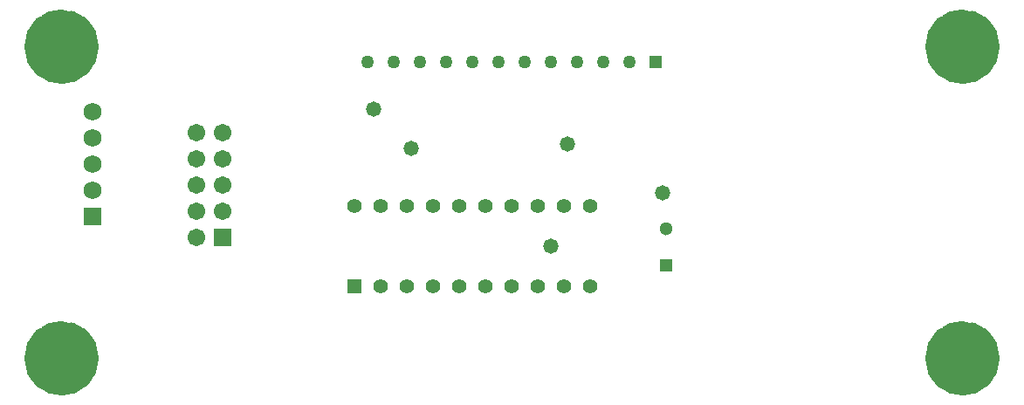
<source format=gbr>
G04*
G04 #@! TF.GenerationSoftware,Altium Limited,Altium Designer,23.2.1 (34)*
G04*
G04 Layer_Color=16711935*
%FSLAX25Y25*%
%MOIN*%
G70*
G04*
G04 #@! TF.SameCoordinates,4C8DD8F6-A57A-4931-99BD-73A2A12B2EB2*
G04*
G04*
G04 #@! TF.FilePolarity,Negative*
G04*
G01*
G75*
%ADD20R,0.05118X0.05118*%
%ADD21C,0.05118*%
%ADD22C,0.17623*%
%ADD23R,0.06902X0.06902*%
%ADD24C,0.06902*%
%ADD25C,0.05000*%
%ADD26R,0.05000X0.05000*%
%ADD27R,0.05485X0.05485*%
%ADD28C,0.05485*%
%ADD29R,0.06706X0.06706*%
%ADD30C,0.06706*%
%ADD31C,0.03162*%
%ADD32C,0.05800*%
%ADD45C,0.10236*%
D20*
X529000Y398610D02*
D03*
D21*
Y412390D02*
D03*
D22*
X298000Y482000D02*
D03*
X642000Y363000D02*
D03*
Y482000D02*
D03*
X298000Y363000D02*
D03*
D23*
X310000Y417000D02*
D03*
D24*
Y427000D02*
D03*
Y437000D02*
D03*
Y447000D02*
D03*
Y457000D02*
D03*
D25*
X415000Y476000D02*
D03*
X425000D02*
D03*
X435000D02*
D03*
X445000D02*
D03*
X455000D02*
D03*
X465000D02*
D03*
X475000D02*
D03*
X485000D02*
D03*
X495000D02*
D03*
X505000D02*
D03*
X515000D02*
D03*
D26*
X525000D02*
D03*
D27*
X410000Y390500D02*
D03*
D28*
X420000D02*
D03*
X430000D02*
D03*
X440000D02*
D03*
X450000D02*
D03*
X460000D02*
D03*
X470000D02*
D03*
X480000D02*
D03*
X490000D02*
D03*
X500000D02*
D03*
Y421130D02*
D03*
X490000D02*
D03*
X480000D02*
D03*
X470000D02*
D03*
X460000D02*
D03*
X450000D02*
D03*
X440000D02*
D03*
X430000D02*
D03*
X420000D02*
D03*
X410000D02*
D03*
D29*
X359500Y409000D02*
D03*
D30*
X349500D02*
D03*
X359500Y419000D02*
D03*
X349500D02*
D03*
X359500Y429000D02*
D03*
X349500D02*
D03*
X359500Y439000D02*
D03*
X349500D02*
D03*
X359500Y449000D02*
D03*
X349500D02*
D03*
D31*
X304124Y488125D02*
D03*
X306661Y482000D02*
D03*
X304124Y475876D02*
D03*
X298000Y473339D02*
D03*
X291876Y475876D02*
D03*
X289339Y482000D02*
D03*
X291876Y488125D02*
D03*
X298000Y490661D02*
D03*
X648125Y369125D02*
D03*
X650661Y363000D02*
D03*
X648125Y356875D02*
D03*
X642000Y354339D02*
D03*
X635876Y356875D02*
D03*
X633339Y363000D02*
D03*
X635876Y369125D02*
D03*
X642000Y371661D02*
D03*
X648125Y488125D02*
D03*
X650661Y482000D02*
D03*
X648125Y475876D02*
D03*
X642000Y473339D02*
D03*
X635876Y475876D02*
D03*
X633339Y482000D02*
D03*
X635876Y488125D02*
D03*
X642000Y490661D02*
D03*
X304124Y369125D02*
D03*
X306661Y363000D02*
D03*
X304124Y356875D02*
D03*
X298000Y354339D02*
D03*
X291876Y356875D02*
D03*
X289339Y363000D02*
D03*
X291876Y369125D02*
D03*
X298000Y371661D02*
D03*
D32*
X417150Y458150D02*
D03*
X527600Y426100D02*
D03*
X484957Y405743D02*
D03*
X491047Y444700D02*
D03*
X431600Y443200D02*
D03*
D45*
X307055Y482000D02*
G03*
X307055Y482000I-9055J0D01*
G01*
X651055Y363000D02*
G03*
X651055Y363000I-9055J0D01*
G01*
Y482000D02*
G03*
X651055Y482000I-9055J0D01*
G01*
X307055Y363000D02*
G03*
X307055Y363000I-9055J0D01*
G01*
M02*

</source>
